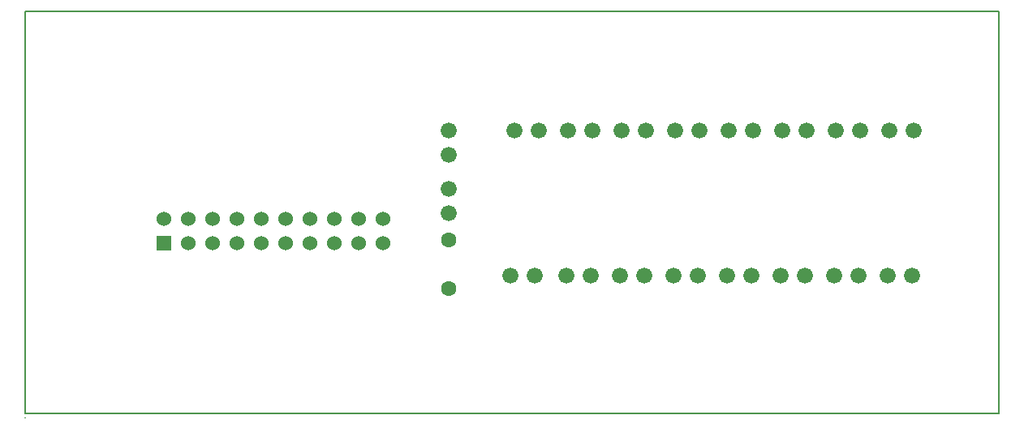
<source format=gts>
G04 (created by PCBNEW (2013-mar-13)-testing) date mer. 23 oct. 2013 21:04:54 CEST*
%MOIN*%
G04 Gerber Fmt 3.4, Leading zero omitted, Abs format*
%FSLAX34Y34*%
G01*
G70*
G90*
G04 APERTURE LIST*
%ADD10C,0.005906*%
%ADD11R,0.060000X0.060000*%
%ADD12C,0.060000*%
%ADD13C,0.066000*%
%ADD14C,0.062900*%
G04 APERTURE END LIST*
G54D10*
X74000Y-29100D02*
X74000Y-45650D01*
X73400Y-29100D02*
X74000Y-29100D01*
X73400Y-45650D02*
X74000Y-45650D01*
X34000Y-29100D02*
X34000Y-45600D01*
X34000Y-29100D02*
X73400Y-29100D01*
X34000Y-45650D02*
X34000Y-45600D01*
X73400Y-45650D02*
X34000Y-45650D01*
X34000Y-45800D02*
G75*
G03X34000Y-45800I0J0D01*
G74*
G01*
X33999Y-45800D02*
X34000Y-45800D01*
X34000Y-45799D02*
X34000Y-45800D01*
G54D11*
X39700Y-38650D03*
G54D12*
X39700Y-37650D03*
X40700Y-38650D03*
X40700Y-37650D03*
X41700Y-38650D03*
X41700Y-37650D03*
X42700Y-38650D03*
X42700Y-37650D03*
X43700Y-38650D03*
X43700Y-37650D03*
X44700Y-38650D03*
X44700Y-37650D03*
X45700Y-38650D03*
X45700Y-37650D03*
X46700Y-38650D03*
X46700Y-37650D03*
X47700Y-38650D03*
X47700Y-37650D03*
X48700Y-38650D03*
X48700Y-37650D03*
G54D13*
X67230Y-39970D03*
X68230Y-39970D03*
X53930Y-39970D03*
X54930Y-39970D03*
X56230Y-39970D03*
X57230Y-39970D03*
X51400Y-37400D03*
X51400Y-36400D03*
X58430Y-39970D03*
X59430Y-39970D03*
X51400Y-35000D03*
X51400Y-34000D03*
X60630Y-39970D03*
X61630Y-39970D03*
X62830Y-39970D03*
X63830Y-39970D03*
X65030Y-39970D03*
X66030Y-39970D03*
X60700Y-34000D03*
X61700Y-34000D03*
X69430Y-39970D03*
X70430Y-39970D03*
X54100Y-34000D03*
X55100Y-34000D03*
X56300Y-34000D03*
X57300Y-34000D03*
X58500Y-34000D03*
X59500Y-34000D03*
X69500Y-34000D03*
X70500Y-34000D03*
X67300Y-34000D03*
X68300Y-34000D03*
X65100Y-34000D03*
X66100Y-34000D03*
X62900Y-34000D03*
X63900Y-34000D03*
G54D14*
X51400Y-38500D03*
X51400Y-40500D03*
M02*

</source>
